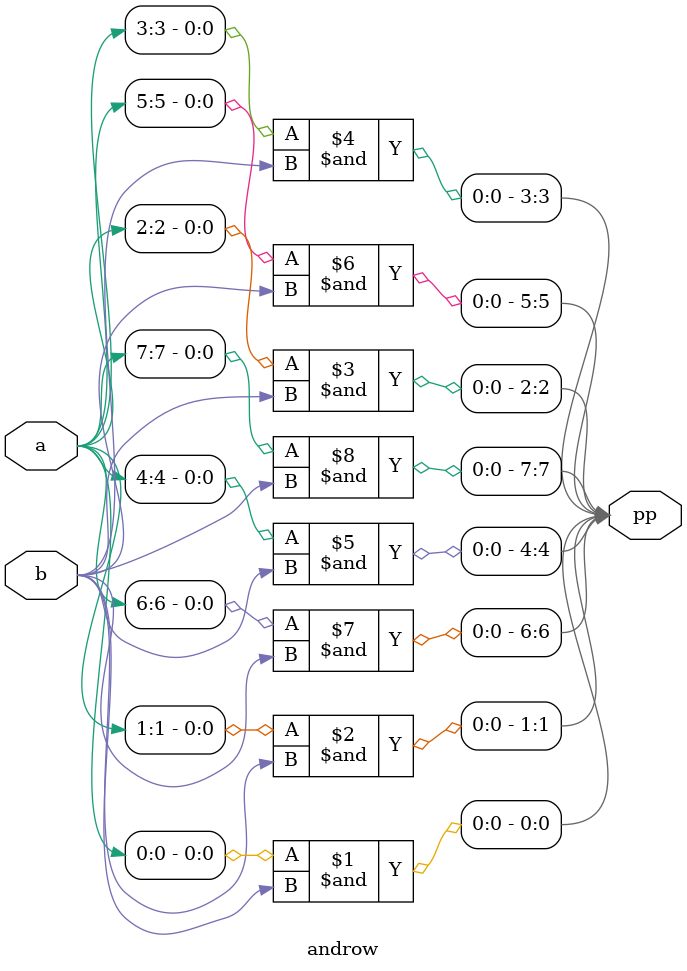
<source format=sv>
module androw(pp, a, b);
	output logic [7:0] pp;
	input logic [7:0] a;
	input logic b;

and AND0(pp[0], a[0], b);
and AND1(pp[1], a[1], b);
and AND2(pp[2], a[2], b);
and AND3(pp[3], a[3], b);
and AND4(pp[4], a[4], b);
and AND5(pp[5], a[5], b);
and AND6(pp[6], a[6], b);
and AND7(pp[7], a[7], b);

endmodule
</source>
